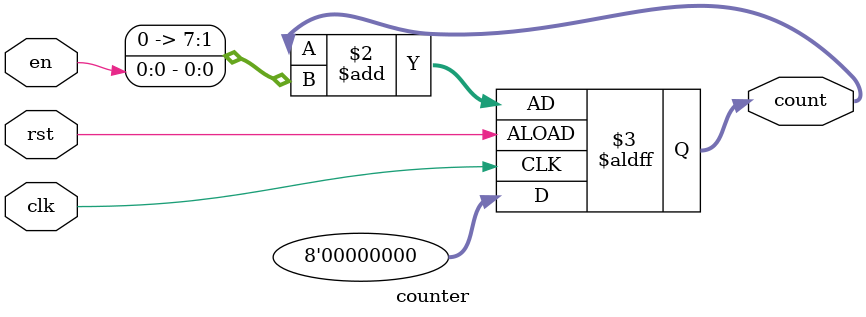
<source format=sv>
module counter #(
    parameter WIDTH = 8
)(
    // interface signals
    input logic clk,
    input logic rst,
    input logic en, 
    output logic [WIDTH-1:0] count 
);

always_ff @(posedge clk, negedge rst) 
    if (rst) count <= {WIDTH{1'b0}}; 
    else count <= count + {{WIDTH-1{1'b0}}, en};


endmodule

</source>
